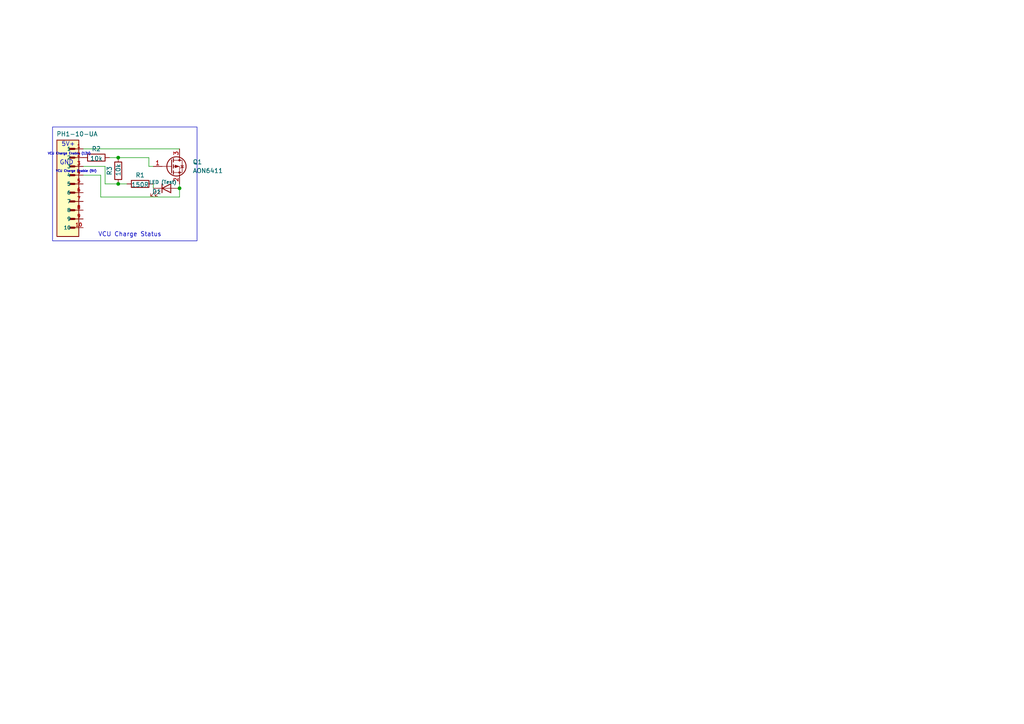
<source format=kicad_sch>
(kicad_sch (version 20231120) (generator "eeschema") (generator_version "8.0")
  (paper "A4")
  (lib_symbols
    (symbol "10 pin output:PH1-10-UA" (pin_names (offset 1.016))
      (property "Reference" "J" (at 0 28.448 0))
      (property "Value" "PH1-10-UA" (at 0 0 0))
      (symbol "PH1-10-UA_0_0"
        (polyline (pts (xy 3.81 2.54) (xy 5.08 2.54)) (stroke (width 0.6096)))
        (polyline (pts (xy 3.81 5.08) (xy 5.08 5.08)) (stroke (width 0.6096)))
        (polyline (pts (xy 3.81 7.62) (xy 5.08 7.62)) (stroke (width 0.6096)))
        (polyline (pts (xy 3.81 10.16) (xy 5.08 10.16)) (stroke (width 0.6096)))
        (polyline (pts (xy 3.81 12.7) (xy 5.08 12.7)) (stroke (width 0.6096)))
        (polyline (pts (xy 3.81 15.24) (xy 5.08 15.24)) (stroke (width 0.6096)))
        (polyline (pts (xy 3.81 17.78) (xy 5.08 17.78)) (stroke (width 0.6096)))
        (polyline (pts (xy 3.81 20.32) (xy 5.08 20.32)) (stroke (width 0.6096)))
        (polyline (pts (xy 3.81 22.86) (xy 5.08 22.86)) (stroke (width 0.6096)))
        (polyline (pts (xy 3.81 25.4) (xy 5.08 25.4)) (stroke (width 0.6096)))
        (rectangle (start 0 0) (end 6.35 27.94) (stroke (width 0.254)) (fill (type background)))
        (pin passive line (at 7.62 25.4 180) (length 2.54) (name "1") (number "1"))
        (pin passive line (at 7.62 2.54 180) (length 2.54) (name "10") (number "10"))
        (pin passive line (at 7.62 22.86 180) (length 2.54) (name "2") (number "2"))
        (pin passive line (at 7.62 20.32 180) (length 2.54) (name "3") (number "3"))
        (pin passive line (at 7.62 17.78 180) (length 2.54) (name "4") (number "4"))
        (pin passive line (at 7.62 15.24 180) (length 2.54) (name "5") (number "5"))
        (pin passive line (at 7.62 12.7 180) (length 2.54) (name "6") (number "6"))
        (pin passive line (at 7.62 10.16 180) (length 2.54) (name "7") (number "7"))
        (pin passive line (at 7.62 7.62 180) (length 2.54) (name "8") (number "8"))
        (pin passive line (at 7.62 5.08 180) (length 2.54) (name "9") (number "9"))
      )
    )
    (symbol "Device:LED" (pin_numbers hide) (pin_names (offset 1.016) hide)
      (property "Reference" "D" (at 0 2.54 0))
      (property "Value" "LED" (at 0 -2.54 0))
      (symbol "LED_0_1"
        (polyline (pts (xy -1.27 -1.27) (xy -1.27 1.27)) (stroke (width 0.254)))
        (polyline (pts (xy -1.27 0) (xy 1.27 0)))
        (polyline (pts (xy 1.27 -1.27) (xy 1.27 1.27) (xy -1.27 0) (xy 1.27 -1.27)) (stroke (width 0.254)))
        (polyline (pts (xy -3.048 -0.762) (xy -4.572 -2.286) (xy -3.81 -2.286) (xy -4.572 -2.286) (xy -4.572 -1.524)))
        (polyline (pts (xy -1.778 -0.762) (xy -3.302 -2.286) (xy -2.54 -2.286) (xy -3.302 -2.286) (xy -3.302 -1.524)))
      )
      (symbol "LED_1_1"
        (pin passive line (at -3.81 0 0) (length 2.54) (name "K") (number "1"))
        (pin passive line (at 3.81 0 180) (length 2.54) (name "A") (number "2"))
      )
    )
    (symbol "Device:R" (pin_numbers hide) (pin_names (offset 0))
      (property "Reference" "R" (at 2.032 0 90))
      (property "Value" "R" (at 0 0 90))
      (symbol "R_0_1"
        (rectangle (start -1.016 -2.54) (end 1.016 2.54) (stroke (width 0.254)))
      )
      (symbol "R_1_1"
        (pin passive line (at 0 3.81 270) (length 1.27) (name "~") (number "1"))
        (pin passive line (at 0 -3.81 90) (length 1.27) (name "~") (number "2"))
      )
    )
    (symbol "Transistor_FET:AON6411" (pin_names hide)
      (property "Reference" "Q" (at 5.08 1.905 0))
      (property "Value" "AON6411" (at 5.08 0 0))
      (symbol "AON6411_0_1"
        (polyline (pts (xy 0.254 0) (xy -2.54 0)))
        (polyline (pts (xy 0.254 1.905) (xy 0.254 -1.905)) (stroke (width 0.254)))
        (polyline (pts (xy 0.762 -1.27) (xy 0.762 -2.286)) (stroke (width 0.254)))
        (polyline (pts (xy 0.762 0.508) (xy 0.762 -0.508)) (stroke (width 0.254)))
        (polyline (pts (xy 0.762 2.286) (xy 0.762 1.27)) (stroke (width 0.254)))
        (polyline (pts (xy 2.54 2.54) (xy 2.54 1.778)))
        (polyline (pts (xy 2.54 -2.54) (xy 2.54 0) (xy 0.762 0)))
        (polyline (pts (xy 0.762 1.778) (xy 3.302 1.778) (xy 3.302 -1.778) (xy 0.762 -1.778)))
        (polyline (pts (xy 2.286 0) (xy 1.27 0.381) (xy 1.27 -0.381) (xy 2.286 0)) (fill (type outline)))
        (polyline (pts (xy 2.794 -0.508) (xy 2.921 -0.381) (xy 3.683 -0.381) (xy 3.81 -0.254)))
        (polyline (pts (xy 3.302 -0.381) (xy 2.921 0.254) (xy 3.683 0.254) (xy 3.302 -0.381)))
        (circle (center 1.651 0) (radius 2.794) (stroke (width 0.254)))
        (circle (center 2.54 -1.778) (radius 0.254) (fill (type outline)))
        (circle (center 2.54 1.778) (radius 0.254) (fill (type outline)))
      )
      (symbol "AON6411_1_1"
        (pin unspecified line (at -5.08 0 0) (length 2.54) (name "G") (number "1"))
        (pin unspecified line (at 2.54 -5.08 90) (length 2.54) (name "S") (number "2"))
        (pin unspecified line (at 2.54 5.08 270) (length 2.54) (name "D") (number "3"))
      )
    )
  )
  (junction (at 34.29 45.72))
  (junction (at 52.07 54.61))
  (junction (at 34.29 53.34))
  (wire (pts (xy 34.29 53.34) (xy 36.83 53.34)))
  (wire (pts (xy 44.45 53.34) (xy 44.45 54.61)))
  (wire (pts (xy 43.18 48.26) (xy 43.18 45.72)))
  (wire (pts (xy 52.07 54.61) (xy 52.07 57.15)))
  (wire (pts (xy 43.18 48.26) (xy 44.45 48.26)))
  (wire (pts (xy 52.07 57.15) (xy 29.21 57.15)))
  (wire (pts (xy 31.75 45.72) (xy 34.29 45.72)))
  (wire (pts (xy 52.07 43.18) (xy 24.13 43.18)))
  (wire (pts (xy 30.48 53.34) (xy 30.48 48.26)))
  (wire (pts (xy 52.07 53.34) (xy 52.07 54.61)))
  (wire (pts (xy 29.21 57.15) (xy 29.21 50.8)))
  (wire (pts (xy 34.29 53.34) (xy 30.48 53.34)))
  (wire (pts (xy 24.13 50.8) (xy 29.21 50.8)))
  (wire (pts (xy 30.48 48.26) (xy 24.13 48.26)))
  (wire (pts (xy 34.29 45.72) (xy 43.18 45.72)))
  (rectangle (start 15.24 36.83) (end 57.15 69.85))
  (text "5V+\n" (at 19.812 41.91 0) (effects (font (size 1.27 1.27))))
  (text "VCU Charge Enable (5V)" (at 22.098 49.784 0) (effects (font (size 0.635 0.635))))
  (text "VCU Charge Status" (at 28.448 68.834 0) (effects (font (size 1.27 1.27)) (justify left bottom)))
  (text "VCU Charge Enable (12V)" (at 20.066 44.704 0) (effects (font (size 0.635 0.635))))
  (text "GND\n" (at 19.304 47.244 0) (effects (font (size 1.27 1.27))))
  (symbol (lib_id "Device:R") (at 27.94 45.72 90) (unit 1)
    (property "Reference" "R2" (at 27.94 43.18 90))
    (property "Value" "10k" (at 27.94 45.974 90))
    (property "Footprint" "Resistor_SMD:R_0603_1608Metric" (effects (hide yes)))
  )
  (symbol (lib_id "Device:LED") (at 48.26 54.61 0) (unit 1)
    (property "Reference" "D1" (at 45.466 55.626 0))
    (property "Value" "LED (Test)" (at 47.244 52.832 0) (effects (font (size 1 1))))
    (property "Footprint" "LED:LED_AP3216SYD_KNB" (effects (hide yes)))
  )
  (symbol (lib_id "Device:R") (at 40.64 53.34 90) (unit 1)
    (property "Reference" "R1" (at 40.64 50.8 90))
    (property "Value" "150R" (at 40.64 53.594 90))
    (property "Footprint" "Resistor_SMD:R_0805_2012Metric" (effects (hide yes)))
  )
  (symbol (lib_id "Device:R") (at 34.29 49.53 180) (unit 1)
    (property "Reference" "R3" (at 31.75 49.53 90))
    (property "Value" "10k" (at 34.29 49.276 90))
    (property "Footprint" "Resistor_SMD:R_0603_1608Metric" (effects (hide yes)))
  )
  (symbol (lib_id "10 pin output:PH1-10-UA") (at 16.51 68.58 0) (unit 1)
    (property "Reference" "J1" (effects (hide yes)))
    (property "Value" "PH1-10-UA" (at 22.352 38.862 0))
    (property "Footprint" "Connector_PinHeader_2.54mm:PinHeader_1x10_P2.54mm_Vertical" (effects (hide yes)))
    (property "MF" "Adam Tech" (effects (hide yes)))
    (property "Description_1" "\n                        \n                            Connector Header Through Hole 10 position 0.100 (2.54mm)\n                        \n" (effects (hide yes)))
    (property "Package" "None" (effects (hide yes)))
    (property "Price" "None" (effects (hide yes)))
    (property "SnapEDA_Link" "https://www.snapeda.com/parts/PH1-10-UA/Adam+Tech/view-part/?ref=snap" (effects (hide yes)))
    (property "MP" "PH1-10-UA" (effects (hide yes)))
    (property "Availability" "In Stock" (effects (hide yes)))
    (property "Check_prices" "https://www.snapeda.com/parts/PH1-10-UA/Adam+Tech/view-part/?ref=eda" (effects (hide yes)))
  )
  (symbol (lib_id "Transistor_FET:AON6411") (at 49.53 48.26 0) (unit 1)
    (property "Reference" "Q1" (at 55.88 46.99 0) (effects (justify left)))
    (property "Value" "AON6411" (at 55.88 49.53 0) (effects (justify left)))
    (property "Footprint" "SOC:SOT23_INF" (effects (hide yes)))
    (property "Datasheet" "http://www.aosmd.com/res/data_sheets/AON6411.pdf" (effects (hide yes)))
  )
)
</source>
